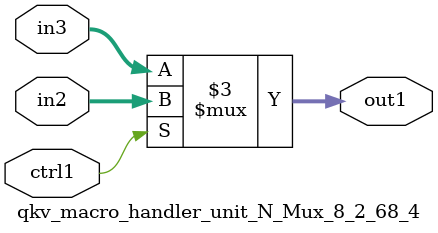
<source format=v>

`timescale 1ps / 1ps


module qkv_macro_handler_unit_N_Mux_8_2_68_4( in3, in2, ctrl1, out1 );

    input [7:0] in3;
    input [7:0] in2;
    input ctrl1;
    output [7:0] out1;
    reg [7:0] out1;

    
    // rtl_process:qkv_macro_handler_unit_N_Mux_8_2_68_4/qkv_macro_handler_unit_N_Mux_8_2_68_4_thread_1
    always @*
      begin : qkv_macro_handler_unit_N_Mux_8_2_68_4_thread_1
        case (ctrl1) 
          1'b1: 
            begin
              out1 = in2;
            end
          default: 
            begin
              out1 = in3;
            end
        endcase
      end

endmodule



</source>
